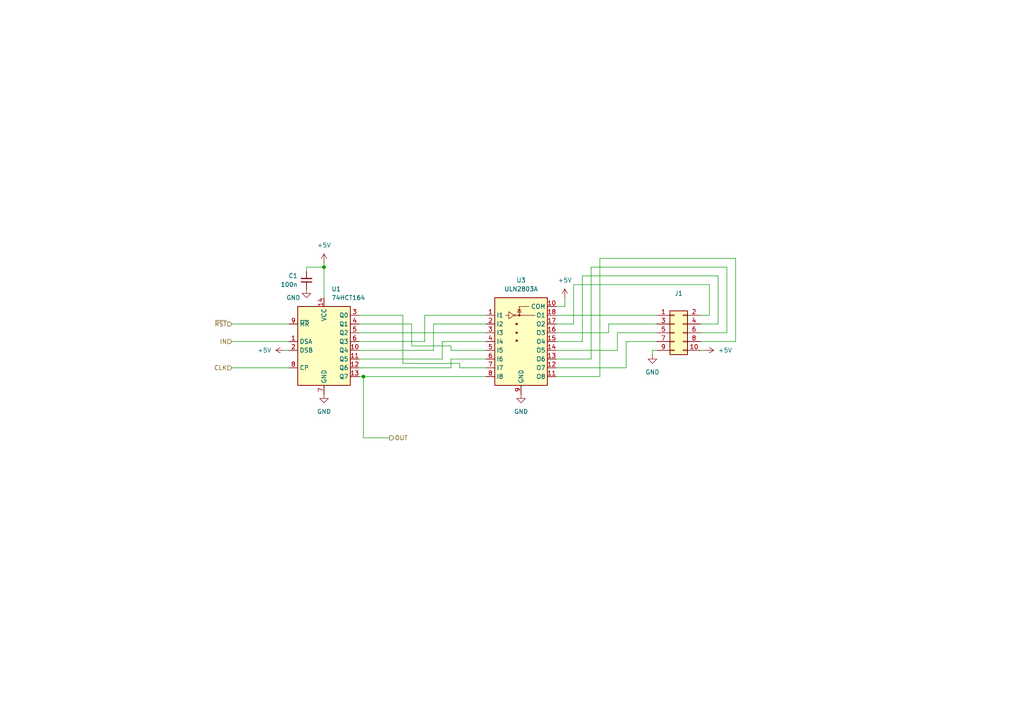
<source format=kicad_sch>
(kicad_sch (version 20250114) (generator "eeschema") (generator_version "9.0")
  (paper "A4")
  (lib_symbols
    (symbol "74xx:74HCT164"
      (property "Reference" "U" (at 1.905 -13.97 0))
      (property "Value" "74HCT164" (at 1.905 -16.51 0))
      (symbol "74HCT164_0_1"
        (rectangle (start 7.62 10.16) (end -7.62 -12.7) (stroke (width 0.254)) (fill (type background)))
      )
      (symbol "74HCT164_1_1"
        (pin input line (at -10.16 5.08 0) (length 2.54) (name "~{MR}") (number "9"))
        (pin input line (at -10.16 0 0) (length 2.54) (name "DSA") (number "1"))
        (pin input line (at -10.16 -2.54 0) (length 2.54) (name "DSB") (number "2"))
        (pin input line (at -10.16 -7.62 0) (length 2.54) (name "CP") (number "8"))
        (pin power_in line (at 0 12.7 270) (length 2.54) (name "VCC") (number "14"))
        (pin power_in line (at 0 -15.24 90) (length 2.54) (name "GND") (number "7"))
        (pin output line (at 10.16 7.62 180) (length 2.54) (name "Q0") (number "3"))
        (pin output line (at 10.16 5.08 180) (length 2.54) (name "Q1") (number "4"))
        (pin output line (at 10.16 2.54 180) (length 2.54) (name "Q2") (number "5"))
        (pin output line (at 10.16 0 180) (length 2.54) (name "Q3") (number "6"))
        (pin output line (at 10.16 -2.54 180) (length 2.54) (name "Q4") (number "10"))
        (pin output line (at 10.16 -5.08 180) (length 2.54) (name "Q5") (number "11"))
        (pin output line (at 10.16 -7.62 180) (length 2.54) (name "Q6") (number "12"))
        (pin output line (at 10.16 -10.16 180) (length 2.54) (name "Q7") (number "13"))
      )
    )
    (symbol "Connector_Generic:Conn_02x05_Odd_Even" (pin_names (offset 1.016) (hide yes))
      (property "Reference" "J" (at 1.27 7.62 0))
      (property "Value" "Conn_02x05_Odd_Even" (at 1.27 -7.62 0))
      (symbol "Conn_02x05_Odd_Even_1_1"
        (rectangle (start -1.27 6.35) (end 3.81 -6.35) (stroke (width 0.254)) (fill (type background)))
        (rectangle (start -1.27 5.207) (end 0 4.953) (stroke (width 0.1524)))
        (rectangle (start -1.27 2.667) (end 0 2.413) (stroke (width 0.1524)))
        (rectangle (start -1.27 0.127) (end 0 -0.127) (stroke (width 0.1524)))
        (rectangle (start -1.27 -2.413) (end 0 -2.667) (stroke (width 0.1524)))
        (rectangle (start -1.27 -4.953) (end 0 -5.207) (stroke (width 0.1524)))
        (rectangle (start 3.81 5.207) (end 2.54 4.953) (stroke (width 0.1524)))
        (rectangle (start 3.81 2.667) (end 2.54 2.413) (stroke (width 0.1524)))
        (rectangle (start 3.81 0.127) (end 2.54 -0.127) (stroke (width 0.1524)))
        (rectangle (start 3.81 -2.413) (end 2.54 -2.667) (stroke (width 0.1524)))
        (rectangle (start 3.81 -4.953) (end 2.54 -5.207) (stroke (width 0.1524)))
        (pin passive line (at -5.08 5.08 0) (length 3.81) (name "Pin_1") (number "1"))
        (pin passive line (at -5.08 2.54 0) (length 3.81) (name "Pin_3") (number "3"))
        (pin passive line (at -5.08 0 0) (length 3.81) (name "Pin_5") (number "5"))
        (pin passive line (at -5.08 -2.54 0) (length 3.81) (name "Pin_7") (number "7"))
        (pin passive line (at -5.08 -5.08 0) (length 3.81) (name "Pin_9") (number "9"))
        (pin passive line (at 7.62 5.08 180) (length 3.81) (name "Pin_2") (number "2"))
        (pin passive line (at 7.62 2.54 180) (length 3.81) (name "Pin_4") (number "4"))
        (pin passive line (at 7.62 0 180) (length 3.81) (name "Pin_6") (number "6"))
        (pin passive line (at 7.62 -2.54 180) (length 3.81) (name "Pin_8") (number "8"))
        (pin passive line (at 7.62 -5.08 180) (length 3.81) (name "Pin_10") (number "10"))
      )
    )
    (symbol "MEMS_Capacitors-Generated:C_100n_0805_50V_X7R_C0805C104M5RACTU" (pin_numbers (hide yes)) (pin_names (offset 0.254) (hide yes))
      (property "Reference" "C" (at 0.254 1.778 0))
      (property "Value" "100n" (at 0.254 -2.032 0))
      (symbol "C_100n_0805_50V_X7R_C0805C104M5RACTU_0_1"
        (polyline (pts (xy -1.524 0.508) (xy 1.524 0.508)) (stroke (width 0.3048)))
        (polyline (pts (xy -1.524 -0.508) (xy 1.524 -0.508)) (stroke (width 0.3302)))
      )
      (symbol "C_100n_0805_50V_X7R_C0805C104M5RACTU_1_1"
        (pin passive line (at 0 2.54 270) (length 2.032) (name "~") (number "1"))
        (pin passive line (at 0 -2.54 90) (length 2.032) (name "~") (number "2"))
      )
    )
    (symbol "Transistor_Array:ULN2803A"
      (property "Reference" "U" (at 0 13.335 0))
      (property "Value" "ULN2803A" (at 0 11.43 0))
      (symbol "ULN2803A_0_1"
        (rectangle (start -7.62 -15.24) (end 7.62 10.16) (stroke (width 0.254)) (fill (type background)))
        (polyline (pts (xy -4.572 5.08) (xy -3.556 5.08)))
        (polyline (pts (xy -3.556 6.096) (xy -3.556 4.064) (xy -2.032 5.08) (xy -3.556 6.096)))
        (circle (center -1.778 5.08) (radius 0.254))
        (polyline (pts (xy -1.524 5.08) (xy 4.064 5.08)))
        (circle (center -1.27 2.54) (radius 0.254) (fill (type outline)))
        (circle (center -1.27 0) (radius 0.254) (fill (type outline)))
        (circle (center -1.27 -2.286) (radius 0.254) (fill (type outline)))
        (circle (center -0.508 5.08) (radius 0.254) (fill (type outline)))
        (polyline (pts (xy -0.508 5.08) (xy -0.508 7.62) (xy 2.286 7.62)))
        (polyline (pts (xy 0 6.731) (xy -1.016 6.731)))
        (polyline (pts (xy 0 5.969) (xy -1.016 5.969) (xy -0.508 6.731) (xy 0 5.969)))
      )
      (symbol "ULN2803A_1_1"
        (pin input line (at -10.16 5.08 0) (length 2.54) (name "I1") (number "1"))
        (pin input line (at -10.16 2.54 0) (length 2.54) (name "I2") (number "2"))
        (pin input line (at -10.16 0 0) (length 2.54) (name "I3") (number "3"))
        (pin input line (at -10.16 -2.54 0) (length 2.54) (name "I4") (number "4"))
        (pin input line (at -10.16 -5.08 0) (length 2.54) (name "I5") (number "5"))
        (pin input line (at -10.16 -7.62 0) (length 2.54) (name "I6") (number "6"))
        (pin input line (at -10.16 -10.16 0) (length 2.54) (name "I7") (number "7"))
        (pin input line (at -10.16 -12.7 0) (length 2.54) (name "I8") (number "8"))
        (pin power_in line (at 0 -17.78 90) (length 2.54) (name "GND") (number "9"))
        (pin passive line (at 10.16 7.62 180) (length 2.54) (name "COM") (number "10"))
        (pin open_collector line (at 10.16 5.08 180) (length 2.54) (name "O1") (number "18"))
        (pin open_collector line (at 10.16 2.54 180) (length 2.54) (name "O2") (number "17"))
        (pin open_collector line (at 10.16 0 180) (length 2.54) (name "O3") (number "16"))
        (pin open_collector line (at 10.16 -2.54 180) (length 2.54) (name "O4") (number "15"))
        (pin open_collector line (at 10.16 -5.08 180) (length 2.54) (name "O5") (number "14"))
        (pin open_collector line (at 10.16 -7.62 180) (length 2.54) (name "O6") (number "13"))
        (pin open_collector line (at 10.16 -10.16 180) (length 2.54) (name "O7") (number "12"))
        (pin open_collector line (at 10.16 -12.7 180) (length 2.54) (name "O8") (number "11"))
      )
    )
    (symbol "power:+5V" (power) (pin_numbers (hide yes)) (pin_names (offset 0) (hide yes))
      (property "Value" "+5V" (at 0 3.556 0))
      (symbol "+5V_0_1"
        (polyline (pts (xy -0.762 1.27) (xy 0 2.54)))
        (polyline (pts (xy 0 2.54) (xy 0.762 1.27)))
        (polyline (pts (xy 0 0) (xy 0 2.54)))
      )
      (symbol "+5V_1_1"
        (pin power_in line (at 0 0 90) (length 0) (name "~") (number "1"))
      )
    )
    (symbol "power:GND" (power) (pin_numbers (hide yes)) (pin_names (offset 0) (hide yes))
      (property "Value" "GND" (at 0 -3.81 0))
      (symbol "GND_0_1"
        (polyline (pts (xy 0 0) (xy 0 -1.27) (xy 1.27 -1.27) (xy 0 -2.54) (xy -1.27 -1.27) (xy 0 -1.27)))
      )
      (symbol "GND_1_1"
        (pin power_in line (at 0 0 270) (length 0) (name "~") (number "1"))
      )
    )
  )
  (junction (at 105.41 109.22))
  (junction (at 93.98 77.47))
  (wire (pts (xy 104.14 106.68) (xy 130.81 106.68)))
  (wire (pts (xy 189.23 102.87) (xy 189.23 101.6)))
  (wire (pts (xy 205.74 91.44) (xy 203.2 91.44)))
  (wire (pts (xy 189.23 101.6) (xy 190.5 101.6)))
  (wire (pts (xy 210.82 77.47) (xy 210.82 96.52)))
  (wire (pts (xy 176.53 93.98) (xy 190.5 93.98)))
  (wire (pts (xy 104.14 99.06) (xy 123.19 99.06)))
  (wire (pts (xy 104.14 96.52) (xy 140.97 96.52)))
  (wire (pts (xy 105.41 127) (xy 113.03 127)))
  (wire (pts (xy 104.14 91.44) (xy 116.84 91.44)))
  (wire (pts (xy 133.35 106.68) (xy 140.97 106.68)))
  (wire (pts (xy 161.29 93.98) (xy 166.37 93.98)))
  (wire (pts (xy 88.9 77.47) (xy 88.9 78.74)))
  (wire (pts (xy 176.53 96.52) (xy 176.53 93.98)))
  (wire (pts (xy 130.81 106.68) (xy 130.81 104.14)))
  (wire (pts (xy 123.19 99.06) (xy 123.19 91.44)))
  (wire (pts (xy 105.41 109.22) (xy 105.41 127)))
  (wire (pts (xy 173.99 109.22) (xy 173.99 74.93)))
  (wire (pts (xy 208.28 80.01) (xy 208.28 93.98)))
  (wire (pts (xy 128.27 104.14) (xy 128.27 99.06)))
  (wire (pts (xy 161.29 99.06) (xy 168.91 99.06)))
  (wire (pts (xy 104.14 109.22) (xy 105.41 109.22)))
  (wire (pts (xy 161.29 109.22) (xy 173.99 109.22)))
  (wire (pts (xy 104.14 104.14) (xy 128.27 104.14)))
  (wire (pts (xy 163.83 86.36) (xy 163.83 88.9)))
  (wire (pts (xy 168.91 99.06) (xy 168.91 80.01)))
  (wire (pts (xy 104.14 101.6) (xy 125.73 101.6)))
  (wire (pts (xy 166.37 93.98) (xy 166.37 82.55)))
  (wire (pts (xy 82.55 101.6) (xy 83.82 101.6)))
  (wire (pts (xy 171.45 104.14) (xy 171.45 77.47)))
  (wire (pts (xy 168.91 80.01) (xy 208.28 80.01)))
  (wire (pts (xy 173.99 74.93) (xy 213.36 74.93)))
  (wire (pts (xy 116.84 91.44) (xy 116.84 105.41)))
  (wire (pts (xy 179.07 96.52) (xy 190.5 96.52)))
  (wire (pts (xy 130.81 100.33) (xy 130.81 101.6)))
  (wire (pts (xy 125.73 93.98) (xy 140.97 93.98)))
  (wire (pts (xy 119.38 93.98) (xy 119.38 100.33)))
  (wire (pts (xy 213.36 99.06) (xy 203.2 99.06)))
  (wire (pts (xy 163.83 88.9) (xy 161.29 88.9)))
  (wire (pts (xy 105.41 109.22) (xy 140.97 109.22)))
  (wire (pts (xy 93.98 76.2) (xy 93.98 77.47)))
  (wire (pts (xy 210.82 96.52) (xy 203.2 96.52)))
  (wire (pts (xy 181.61 106.68) (xy 181.61 99.06)))
  (wire (pts (xy 93.98 77.47) (xy 93.98 86.36)))
  (wire (pts (xy 171.45 77.47) (xy 210.82 77.47)))
  (wire (pts (xy 133.35 105.41) (xy 133.35 106.68)))
  (wire (pts (xy 161.29 106.68) (xy 181.61 106.68)))
  (wire (pts (xy 179.07 101.6) (xy 179.07 96.52)))
  (wire (pts (xy 67.31 99.06) (xy 83.82 99.06)))
  (wire (pts (xy 205.74 82.55) (xy 205.74 91.44)))
  (wire (pts (xy 161.29 101.6) (xy 179.07 101.6)))
  (wire (pts (xy 203.2 101.6) (xy 204.47 101.6)))
  (wire (pts (xy 130.81 104.14) (xy 140.97 104.14)))
  (wire (pts (xy 119.38 100.33) (xy 130.81 100.33)))
  (wire (pts (xy 123.19 91.44) (xy 140.97 91.44)))
  (wire (pts (xy 67.31 106.68) (xy 83.82 106.68)))
  (wire (pts (xy 161.29 96.52) (xy 176.53 96.52)))
  (wire (pts (xy 213.36 74.93) (xy 213.36 99.06)))
  (wire (pts (xy 130.81 101.6) (xy 140.97 101.6)))
  (wire (pts (xy 161.29 91.44) (xy 190.5 91.44)))
  (wire (pts (xy 67.31 93.98) (xy 83.82 93.98)))
  (wire (pts (xy 93.98 77.47) (xy 88.9 77.47)))
  (wire (pts (xy 116.84 105.41) (xy 133.35 105.41)))
  (wire (pts (xy 125.73 101.6) (xy 125.73 93.98)))
  (wire (pts (xy 181.61 99.06) (xy 190.5 99.06)))
  (wire (pts (xy 128.27 99.06) (xy 140.97 99.06)))
  (wire (pts (xy 104.14 93.98) (xy 119.38 93.98)))
  (wire (pts (xy 161.29 104.14) (xy 171.45 104.14)))
  (wire (pts (xy 208.28 93.98) (xy 203.2 93.98)))
  (wire (pts (xy 166.37 82.55) (xy 205.74 82.55)))
  (hierarchical_label "CLK" (shape input) (at 67.31 106.68 180))
  (hierarchical_label "~{RST}" (shape input) (at 67.31 93.98 180))
  (hierarchical_label "IN" (shape input) (at 67.31 99.06 180))
  (hierarchical_label "OUT" (shape output) (at 113.03 127 0))
  (symbol (lib_id "power:GND") (at 151.13 114.3 0) (unit 1)
    (property "Reference" "#PWR02" (effects (hide yes)))
    (property "Value" "GND" (at 151.13 119.38 0))
    (property "Description" "Power symbol creates a global label with name \"GND\" , ground" (effects (hide yes)))
    (instances (project "Interrogator-Transmitter" (path "" (reference "#PWR02") (unit 1)) (path "" (reference "#PWR025") (unit 1)) (path "" (reference "#PWR011") (unit 1)) (path "" (reference "#PWR018") (unit 1))))
  )
  (symbol (lib_id "power:GND") (at 189.23 102.87 0) (unit 1)
    (property "Reference" "#PWR03" (effects (hide yes)))
    (property "Value" "GND" (at 189.23 107.95 0))
    (property "Description" "Power symbol creates a global label with name \"GND\" , ground" (effects (hide yes)))
    (instances (project "Interrogator-Transmitter" (path "" (reference "#PWR03") (unit 1)) (path "" (reference "#PWR027") (unit 1)) (path "" (reference "#PWR013") (unit 1)) (path "" (reference "#PWR020") (unit 1))))
  )
  (symbol (lib_id "Transistor_Array:ULN2803A") (at 151.13 96.52 0) (unit 1)
    (property "Reference" "U3" (at 151.13 81.28 0))
    (property "Value" "ULN2803A" (at 151.13 83.82 0))
    (property "Footprint" "Package_DIP:DIP-18_W7.62mm_Socket_LongPads" (effects (hide yes)))
    (property "Datasheet" "http://www.ti.com/lit/ds/symlink/uln2803a.pdf" (effects (hide yes)))
    (property "Description" "Darlington Transistor Arrays, SOIC18/DIP18" (effects (hide yes)))
    (instances (project "Interrogator-Transmitter" (path "" (reference "U3") (unit 1)) (path "" (reference "U8") (unit 1)) (path "" (reference "U4") (unit 1)) (path "" (reference "U6") (unit 1))))
  )
  (symbol (lib_id "power:GND") (at 93.98 114.3 0) (unit 1)
    (property "Reference" "#PWR01" (effects (hide yes)))
    (property "Value" "GND" (at 93.98 119.38 0))
    (property "Description" "Power symbol creates a global label with name \"GND\" , ground" (effects (hide yes)))
    (instances (project "Interrogator-Transmitter" (path "" (reference "#PWR01") (unit 1)) (path "" (reference "#PWR024") (unit 1)) (path "" (reference "#PWR010") (unit 1)) (path "" (reference "#PWR017") (unit 1))))
  )
  (symbol (lib_id "74xx:74HCT164") (at 93.98 99.06 0) (unit 1)
    (property "Reference" "U1" (at 96.1233 83.82 0) (effects (justify left)))
    (property "Value" "74HCT164" (at 96.1233 86.36 0) (effects (justify left)))
    (property "Footprint" "Package_DIP:DIP-14_W7.62mm_LongPads" (effects (hide yes)))
    (property "Datasheet" "https://assets.nexperia.com/documents/data-sheet/74HC_HCT164.pdf" (effects (hide yes)))
    (property "Description" "8-bit serial-in parallel-out shift register" (effects (hide yes)))
    (instances (project "Interrogator-Transmitter" (path "" (reference "U1") (unit 1)) (path "" (reference "U7") (unit 1)) (path "" (reference "U2") (unit 1)) (path "" (reference "U5") (unit 1))))
  )
  (symbol (lib_id "power:+5V") (at 163.83 86.36 0) (unit 1)
    (property "Reference" "#PWR012" (effects (hide yes)))
    (property "Value" "+5V" (at 163.83 81.28 0))
    (property "Description" "Power symbol creates a global label with name \"+5V\"" (effects (hide yes)))
    (instances (project "Interrogator-Transmitter" (path "" (reference "#PWR012") (unit 1)) (path "" (reference "#PWR033") (unit 1)) (path "" (reference "#PWR019") (unit 1)) (path "" (reference "#PWR026") (unit 1))))
  )
  (symbol (lib_id "Connector_Generic:Conn_02x05_Odd_Even") (at 195.58 96.52 0) (unit 1)
    (property "Reference" "J1" (at 196.85 85.09 0))
    (property "Value" "${SHEETNAME}" (at 196.85 87.63 0))
    (property "Footprint" "Connector_IDC:IDC-Header_2x05_P2.54mm_Vertical" (effects (hide yes)))
    (property "Description" "Generic connector, double row, 02x05, odd/even pin numbering scheme (row 1 odd numbers, row 2 even numbers), script generated (kicad-library-utils/schlib/autogen/connector/)" (effects (hide yes)))
    (instances (project "Interrogator-Transmitter" (path "" (reference "J1") (unit 1)) (path "" (reference "J4") (unit 1)) (path "" (reference "J2") (unit 1)) (path "" (reference "J3") (unit 1))))
  )
  (symbol (lib_id "power:+5V") (at 204.47 101.6 270) (unit 1)
    (property "Reference" "#PWR04" (effects (hide yes)))
    (property "Value" "+5V" (at 208.28 101.5999 90) (effects (justify left)))
    (property "Description" "Power symbol creates a global label with name \"+5V\"" (effects (hide yes)))
    (instances (project "Interrogator-Transmitter" (path "" (reference "#PWR04") (unit 1)) (path "" (reference "#PWR028") (unit 1)) (path "" (reference "#PWR014") (unit 1)) (path "" (reference "#PWR021") (unit 1))))
  )
  (symbol (lib_id "power:GND") (at 88.9 83.82 0) (unit 1)
    (property "Reference" "#PWR07" (effects (hide yes)))
    (property "Value" "GND" (at 85.09 86.36 0))
    (property "Description" "Power symbol creates a global label with name \"GND\" , ground" (effects (hide yes)))
    (instances (project "Interrogator-Transmitter" (path "" (reference "#PWR07") (unit 1)) (path "" (reference "#PWR022") (unit 1)) (path "" (reference "#PWR08") (unit 1)) (path "" (reference "#PWR015") (unit 1))))
  )
  (symbol (lib_id "power:+5V") (at 93.98 76.2 0) (unit 1)
    (property "Reference" "#PWR06" (effects (hide yes)))
    (property "Value" "+5V" (at 93.98 71.12 0))
    (property "Description" "Power symbol creates a global label with name \"+5V\"" (effects (hide yes)))
    (instances (project "Interrogator-Transmitter" (path "" (reference "#PWR06") (unit 1)) (path "" (reference "#PWR023") (unit 1)) (path "" (reference "#PWR09") (unit 1)) (path "" (reference "#PWR016") (unit 1))))
  )
  (symbol (lib_id "power:+5V") (at 82.55 101.6 90) (unit 1)
    (property "Reference" "#PWR034" (effects (hide yes)))
    (property "Value" "+5V" (at 78.74 101.5999 90) (effects (justify left)))
    (property "Description" "Power symbol creates a global label with name \"+5V\"" (effects (hide yes)))
    (instances (project "Interrogator-Transmitter" (path "" (reference "#PWR034") (unit 1)) (path "" (reference "#PWR037") (unit 1)) (path "" (reference "#PWR035") (unit 1)) (path "" (reference "#PWR036") (unit 1))))
  )
  (symbol (lib_id "MEMS_Capacitors-Generated:C_100n_0805_50V_X7R_C0805C104M5RACTU") (at 88.9 81.28 0) (mirror x) (unit 1)
    (property "Reference" "C1" (at 86.36 80.0035 0) (effects (justify right)))
    (property "Value" "100n" (at 86.36 82.5435 0) (effects (justify right)))
    (property "Footprint" "Capacitor_SMD:C_0805_2012Metric" (effects (hide yes)))
    (property "Datasheet" "https://ksim3.kemet.com/capacitor-simulation?pn=C0805C104M5R" (effects (hide yes)))
    (property "Description" "100nF capacitor, 20%, 50V, X7R, 0805" (effects (hide yes)))
    (property "MPN" "C0805C104M5RACTU" (effects (hide yes)))
    (property "Mouser" "80-C0805C104M5R" (effects (hide yes)))
    (property "Type" "X7R" (effects (hide yes)))
    (property "Tolerance" "20%" (effects (hide yes)))
    (property "Voltage" "50V" (effects (hide yes)))
    (instances (project "Interrogator-Transmitter" (path "" (reference "C1") (unit 1)) (path "" (reference "C4") (unit 1)) (path "" (reference "C2") (unit 1)) (path "" (reference "C3") (unit 1))))
  )
)
</source>
